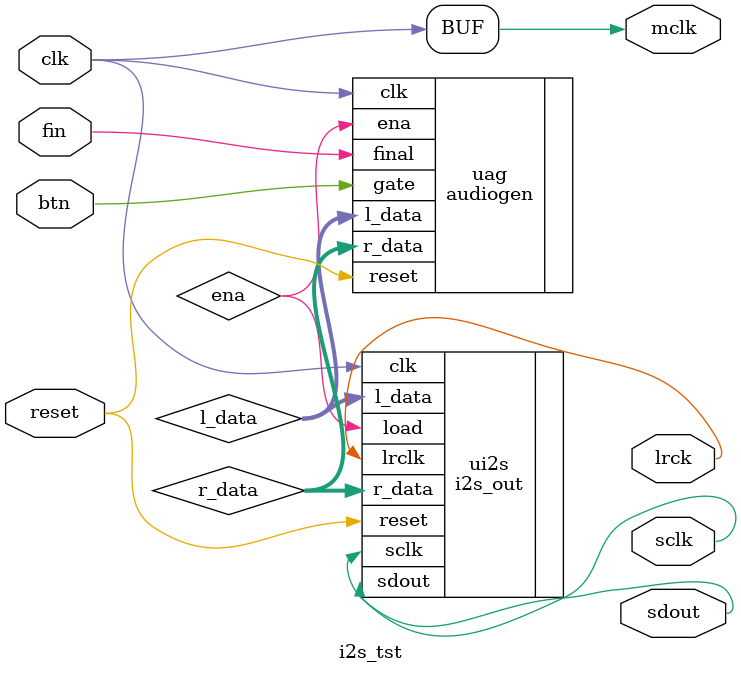
<source format=v>

module i2s_tst(clk, reset, btn, fin, mclk, sclk, lrck, sdout);
	input clk;			// 16MHz system clock
	input reset;		// POR
	input  btn;	// User capsense buttons [1:0]
	input fin;
	//output [3:0] led;	// User LEDs
	output mclk;		// Master clock
	output sclk;		// Serial clock
	output lrck;		// Left/Right word clock
	output sdout;		// Audio data
	
	// Sample rate
	wire ena;
	
	// Audio Data Source
	wire signed [23:0] l_data, r_data;
	audiogen
		uag(.clk(clk), .reset(reset), .ena(ena),
			 .gate(btn), .final(fin), //.f_up(btn[0]), .f_dn(btn[1]),
			.l_data(l_data), .r_data(r_data));
	
	// I2S serializer
	i2s_out
		ui2s(.clk(clk), .reset(reset),
			.l_data(l_data), .r_data(r_data),
			.sdout(sdout), .sclk(sclk), .lrclk(lrck),
			.load(ena));
	
	// Master I2S clock is just system clock
	assign mclk = clk;
	
	// Pass-thru buttons to LEDs
	//assign led = {reset,btn};
endmodule

</source>
